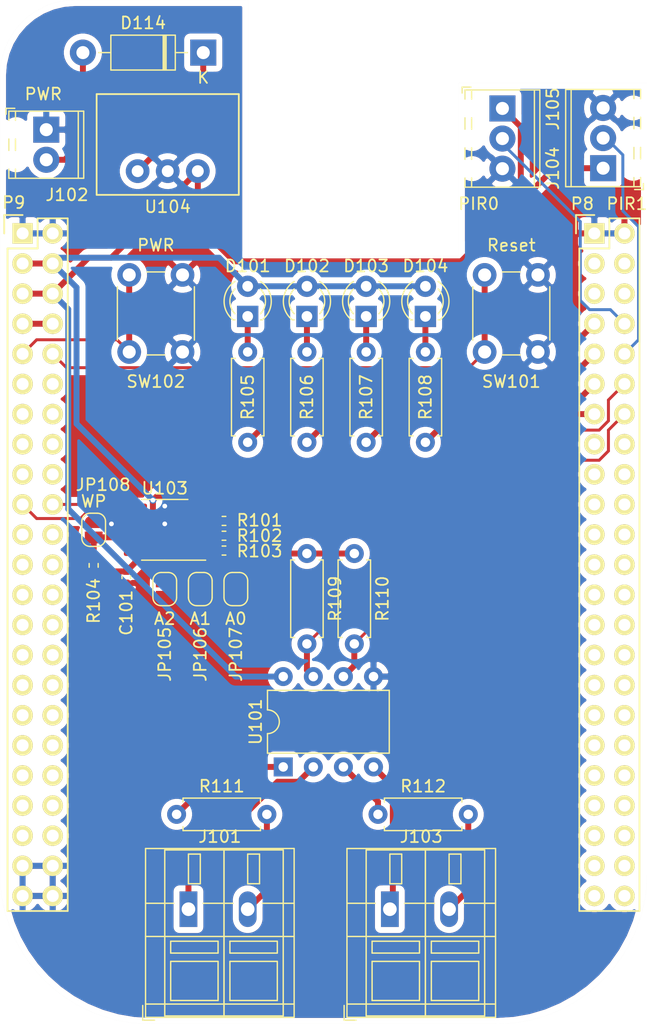
<source format=kicad_pcb>
(kicad_pcb (version 20171130) (host pcbnew "(5.1.9)-1")
  (layers (0 F.Cu signal hide) (31 B.Cu signal hide) (34 B.Paste user) (35 F.Paste user) (36 B.SilkS user) (37 F.SilkS user) (38 B.Mask user) (39 F.Mask user) (44 Edge.Cuts user))
  (net 0 "")
  (net 1 GNDD)
  (net 2 +3V3)
  (net 3 +5V)
  (net 4 SYS_5V)
  (net 5 PWR_BUT)
  (net 6 SYS_RESETN)
  (net 7 "Net-(J101-Pad1)")
  (net 8 "Net-(J101-Pad2)")
  (net 9 "Net-(JP105-Pad1)")
  (net 10 "Net-(JP106-Pad1)")
  (net 11 "Net-(JP107-Pad1)")
  (net 12 "Net-(JP108-Pad1)")
  (net 13 /SCL)
  (net 14 /SDA)
  (net 15 "Net-(D101-Pad1)")
  (net 16 "Net-(D102-Pad1)")
  (net 17 "Net-(D103-Pad1)")
  (net 18 "Net-(D104-Pad1)")
  (net 19 /LED0)
  (net 20 /LED1)
  (net 21 /LED2)
  (net 22 /LED3)
  (net 23 "Net-(D114-Pad1)")
  (net 24 "Net-(D114-Pad2)")
  (net 25 "Net-(J103-Pad2)")
  (net 26 "Net-(J103-Pad1)")
  (net 27 /IN0)
  (net 28 /IN1)
  (net 29 "Net-(R111-Pad1)")
  (net 30 "Net-(R112-Pad1)")
  (net 31 /PIR0)
  (net 32 /PIR1)
  (module Socket_BeagleBone_Black:Socket_BeagleBone_Black (layer F.Cu) (at 116.3701 62.3824)
    (fp_text reference P9 (at -0.75 -2.6) (layer F.SilkS))
    (fp_text value BeagleBone_Black_Header)
    (pad 1 thru_hole rect (at 0 0) (size 1.7272 1.7272) (drill 1.016) (layers *.Cu *.Mask F.SilkS) (net 1 GNDD))
    (pad 2 thru_hole oval (at 2.54 0) (size 1.7272 1.7272) (drill 1.016) (layers *.Cu *.Mask F.SilkS) (net 1 GNDD))
    (pad 3 thru_hole oval (at 0 2.54) (size 1.7272 1.7272) (drill 1.016) (layers *.Cu *.Mask F.SilkS) (net 2 +3V3))
    (pad 4 thru_hole oval (at 2.54 2.54) (size 1.7272 1.7272) (drill 1.016) (layers *.Cu *.Mask F.SilkS) (net 2 +3V3))
    (pad 5 thru_hole oval (at 0 5.08) (size 1.7272 1.7272) (drill 1.016) (layers *.Cu *.Mask F.SilkS) (net 3 +5V))
    (pad 6 thru_hole oval (at 2.54 5.08) (size 1.7272 1.7272) (drill 1.016) (layers *.Cu *.Mask F.SilkS) (net 3 +5V))
    (pad 7 thru_hole oval (at 0 7.62) (size 1.7272 1.7272) (drill 1.016) (layers *.Cu *.Mask F.SilkS) (net 4 SYS_5V))
    (pad 8 thru_hole oval (at 2.54 7.62) (size 1.7272 1.7272) (drill 1.016) (layers *.Cu *.Mask F.SilkS) (net 4 SYS_5V))
    (pad 9 thru_hole oval (at 0 10.16) (size 1.7272 1.7272) (drill 1.016) (layers *.Cu *.Mask F.SilkS) (net 5 PWR_BUT))
    (pad 10 thru_hole oval (at 2.54 10.16) (size 1.7272 1.7272) (drill 1.016) (layers *.Cu *.Mask F.SilkS) (net 6 SYS_RESETN))
    (pad 11 thru_hole oval (at 0 12.7) (size 1.7272 1.7272) (drill 1.016) (layers *.Cu *.Mask F.SilkS))
    (pad 12 thru_hole oval (at 2.54 12.7) (size 1.7272 1.7272) (drill 1.016) (layers *.Cu *.Mask F.SilkS))
    (pad 13 thru_hole oval (at 0 15.24) (size 1.7272 1.7272) (drill 1.016) (layers *.Cu *.Mask F.SilkS))
    (pad 14 thru_hole oval (at 2.54 15.24) (size 1.7272 1.7272) (drill 1.016) (layers *.Cu *.Mask F.SilkS))
    (pad 15 thru_hole oval (at 0 17.78) (size 1.7272 1.7272) (drill 1.016) (layers *.Cu *.Mask F.SilkS))
    (pad 16 thru_hole oval (at 2.54 17.78) (size 1.7272 1.7272) (drill 1.016) (layers *.Cu *.Mask F.SilkS))
    (pad 17 thru_hole oval (at 0 20.32) (size 1.7272 1.7272) (drill 1.016) (layers *.Cu *.Mask F.SilkS))
    (pad 18 thru_hole oval (at 2.54 20.32) (size 1.7272 1.7272) (drill 1.016) (layers *.Cu *.Mask F.SilkS))
    (pad 19 thru_hole oval (at 0 22.86) (size 1.7272 1.7272) (drill 1.016) (layers *.Cu *.Mask F.SilkS) (net 13 /SCL))
    (pad 20 thru_hole oval (at 2.54 22.86) (size 1.7272 1.7272) (drill 1.016) (layers *.Cu *.Mask F.SilkS) (net 14 /SDA))
    (pad 21 thru_hole oval (at 0 25.4) (size 1.7272 1.7272) (drill 1.016) (layers *.Cu *.Mask F.SilkS))
    (pad 22 thru_hole oval (at 2.54 25.4) (size 1.7272 1.7272) (drill 1.016) (layers *.Cu *.Mask F.SilkS))
    (pad 23 thru_hole oval (at 0 27.94) (size 1.7272 1.7272) (drill 1.016) (layers *.Cu *.Mask F.SilkS))
    (pad 24 thru_hole oval (at 2.54 27.94) (size 1.7272 1.7272) (drill 1.016) (layers *.Cu *.Mask F.SilkS))
    (pad 25 thru_hole oval (at 0 30.48) (size 1.7272 1.7272) (drill 1.016) (layers *.Cu *.Mask F.SilkS))
    (pad 26 thru_hole oval (at 2.54 30.48) (size 1.7272 1.7272) (drill 1.016) (layers *.Cu *.Mask F.SilkS))
    (pad 27 thru_hole oval (at 0 33.02) (size 1.7272 1.7272) (drill 1.016) (layers *.Cu *.Mask F.SilkS))
    (pad 28 thru_hole oval (at 2.54 33.02) (size 1.7272 1.7272) (drill 1.016) (layers *.Cu *.Mask F.SilkS))
    (pad 29 thru_hole oval (at 0 35.56) (size 1.7272 1.7272) (drill 1.016) (layers *.Cu *.Mask F.SilkS))
    (pad 30 thru_hole oval (at 2.54 35.56) (size 1.7272 1.7272) (drill 1.016) (layers *.Cu *.Mask F.SilkS))
    (pad 31 thru_hole oval (at 0 38.1) (size 1.7272 1.7272) (drill 1.016) (layers *.Cu *.Mask F.SilkS))
    (pad 32 thru_hole oval (at 2.54 38.1) (size 1.7272 1.7272) (drill 1.016) (layers *.Cu *.Mask F.SilkS))
    (pad 33 thru_hole oval (at 0 40.64) (size 1.7272 1.7272) (drill 1.016) (layers *.Cu *.Mask F.SilkS))
    (pad 34 thru_hole oval (at 2.54 40.64) (size 1.7272 1.7272) (drill 1.016) (layers *.Cu *.Mask F.SilkS))
    (pad 35 thru_hole oval (at 0 43.18) (size 1.7272 1.7272) (drill 1.016) (layers *.Cu *.Mask F.SilkS))
    (pad 36 thru_hole oval (at 2.54 43.18) (size 1.7272 1.7272) (drill 1.016) (layers *.Cu *.Mask F.SilkS))
    (pad 37 thru_hole oval (at 0 45.72) (size 1.7272 1.7272) (drill 1.016) (layers *.Cu *.Mask F.SilkS))
    (pad 38 thru_hole oval (at 2.54 45.72) (size 1.7272 1.7272) (drill 1.016) (layers *.Cu *.Mask F.SilkS))
    (pad 39 thru_hole oval (at 0 48.26) (size 1.7272 1.7272) (drill 1.016) (layers *.Cu *.Mask F.SilkS))
    (pad 40 thru_hole oval (at 2.54 48.26) (size 1.7272 1.7272) (drill 1.016) (layers *.Cu *.Mask F.SilkS))
    (pad 41 thru_hole oval (at 0 50.8) (size 1.7272 1.7272) (drill 1.016) (layers *.Cu *.Mask F.SilkS))
    (pad 42 thru_hole oval (at 2.54 50.8) (size 1.7272 1.7272) (drill 1.016) (layers *.Cu *.Mask F.SilkS))
    (pad 43 thru_hole oval (at 0 53.34) (size 1.7272 1.7272) (drill 1.016) (layers *.Cu *.Mask F.SilkS) (net 1 GNDD))
    (pad 44 thru_hole oval (at 2.54 53.34) (size 1.7272 1.7272) (drill 1.016) (layers *.Cu *.Mask F.SilkS) (net 1 GNDD))
    (pad 45 thru_hole oval (at 0 55.88) (size 1.7272 1.7272) (drill 1.016) (layers *.Cu *.Mask F.SilkS) (net 1 GNDD))
    (pad 46 thru_hole oval (at 2.54 55.88) (size 1.7272 1.7272) (drill 1.016) (layers *.Cu *.Mask F.SilkS) (net 1 GNDD))
  )
  (module Socket_BeagleBone_Black:Socket_BeagleBone_Black (layer F.Cu) (at 164.6301 62.3824)
    (fp_text reference P8 (at -1.01 -2.5) (layer F.SilkS))
    (fp_text value BeagleBone_Black_Header)
    (pad 1 thru_hole rect (at 0 0) (size 1.7272 1.7272) (drill 1.016) (layers *.Cu *.Mask F.SilkS) (net 1 GNDD))
    (pad 2 thru_hole oval (at 2.54 0) (size 1.7272 1.7272) (drill 1.016) (layers *.Cu *.Mask F.SilkS) (net 1 GNDD))
    (pad 3 thru_hole oval (at 0 2.54) (size 1.7272 1.7272) (drill 1.016) (layers *.Cu *.Mask F.SilkS))
    (pad 4 thru_hole oval (at 2.54 2.54) (size 1.7272 1.7272) (drill 1.016) (layers *.Cu *.Mask F.SilkS))
    (pad 5 thru_hole oval (at 0 5.08) (size 1.7272 1.7272) (drill 1.016) (layers *.Cu *.Mask F.SilkS))
    (pad 6 thru_hole oval (at 2.54 5.08) (size 1.7272 1.7272) (drill 1.016) (layers *.Cu *.Mask F.SilkS))
    (pad 7 thru_hole oval (at 0 7.62) (size 1.7272 1.7272) (drill 1.016) (layers *.Cu *.Mask F.SilkS) (net 19 /LED0))
    (pad 8 thru_hole oval (at 2.54 7.62) (size 1.7272 1.7272) (drill 1.016) (layers *.Cu *.Mask F.SilkS) (net 31 /PIR0))
    (pad 9 thru_hole oval (at 0 10.16) (size 1.7272 1.7272) (drill 1.016) (layers *.Cu *.Mask F.SilkS) (net 20 /LED1))
    (pad 10 thru_hole oval (at 2.54 10.16) (size 1.7272 1.7272) (drill 1.016) (layers *.Cu *.Mask F.SilkS) (net 32 /PIR1))
    (pad 11 thru_hole oval (at 0 12.7) (size 1.7272 1.7272) (drill 1.016) (layers *.Cu *.Mask F.SilkS) (net 21 /LED2))
    (pad 12 thru_hole oval (at 2.54 12.7) (size 1.7272 1.7272) (drill 1.016) (layers *.Cu *.Mask F.SilkS) (net 27 /IN0))
    (pad 13 thru_hole oval (at 0 15.24) (size 1.7272 1.7272) (drill 1.016) (layers *.Cu *.Mask F.SilkS) (net 22 /LED3))
    (pad 14 thru_hole oval (at 2.54 15.24) (size 1.7272 1.7272) (drill 1.016) (layers *.Cu *.Mask F.SilkS) (net 28 /IN1))
    (pad 15 thru_hole oval (at 0 17.78) (size 1.7272 1.7272) (drill 1.016) (layers *.Cu *.Mask F.SilkS))
    (pad 16 thru_hole oval (at 2.54 17.78) (size 1.7272 1.7272) (drill 1.016) (layers *.Cu *.Mask F.SilkS))
    (pad 17 thru_hole oval (at 0 20.32) (size 1.7272 1.7272) (drill 1.016) (layers *.Cu *.Mask F.SilkS))
    (pad 18 thru_hole oval (at 2.54 20.32) (size 1.7272 1.7272) (drill 1.016) (layers *.Cu *.Mask F.SilkS))
    (pad 19 thru_hole oval (at 0 22.86) (size 1.7272 1.7272) (drill 1.016) (layers *.Cu *.Mask F.SilkS))
    (pad 20 thru_hole oval (at 2.54 22.86) (size 1.7272 1.7272) (drill 1.016) (layers *.Cu *.Mask F.SilkS))
    (pad 21 thru_hole oval (at 0 25.4) (size 1.7272 1.7272) (drill 1.016) (layers *.Cu *.Mask F.SilkS))
    (pad 22 thru_hole oval (at 2.54 25.4) (size 1.7272 1.7272) (drill 1.016) (layers *.Cu *.Mask F.SilkS))
    (pad 23 thru_hole oval (at 0 27.94) (size 1.7272 1.7272) (drill 1.016) (layers *.Cu *.Mask F.SilkS))
    (pad 24 thru_hole oval (at 2.54 27.94) (size 1.7272 1.7272) (drill 1.016) (layers *.Cu *.Mask F.SilkS))
    (pad 25 thru_hole oval (at 0 30.48) (size 1.7272 1.7272) (drill 1.016) (layers *.Cu *.Mask F.SilkS))
    (pad 26 thru_hole oval (at 2.54 30.48) (size 1.7272 1.7272) (drill 1.016) (layers *.Cu *.Mask F.SilkS))
    (pad 27 thru_hole oval (at 0 33.02) (size 1.7272 1.7272) (drill 1.016) (layers *.Cu *.Mask F.SilkS))
    (pad 28 thru_hole oval (at 2.54 33.02) (size 1.7272 1.7272) (drill 1.016) (layers *.Cu *.Mask F.SilkS))
    (pad 29 thru_hole oval (at 0 35.56) (size 1.7272 1.7272) (drill 1.016) (layers *.Cu *.Mask F.SilkS))
    (pad 30 thru_hole oval (at 2.54 35.56) (size 1.7272 1.7272) (drill 1.016) (layers *.Cu *.Mask F.SilkS))
    (pad 31 thru_hole oval (at 0 38.1) (size 1.7272 1.7272) (drill 1.016) (layers *.Cu *.Mask F.SilkS))
    (pad 32 thru_hole oval (at 2.54 38.1) (size 1.7272 1.7272) (drill 1.016) (layers *.Cu *.Mask F.SilkS))
    (pad 33 thru_hole oval (at 0 40.64) (size 1.7272 1.7272) (drill 1.016) (layers *.Cu *.Mask F.SilkS))
    (pad 34 thru_hole oval (at 2.54 40.64) (size 1.7272 1.7272) (drill 1.016) (layers *.Cu *.Mask F.SilkS))
    (pad 35 thru_hole oval (at 0 43.18) (size 1.7272 1.7272) (drill 1.016) (layers *.Cu *.Mask F.SilkS))
    (pad 36 thru_hole oval (at 2.54 43.18) (size 1.7272 1.7272) (drill 1.016) (layers *.Cu *.Mask F.SilkS))
    (pad 37 thru_hole oval (at 0 45.72) (size 1.7272 1.7272) (drill 1.016) (layers *.Cu *.Mask F.SilkS))
    (pad 38 thru_hole oval (at 2.54 45.72) (size 1.7272 1.7272) (drill 1.016) (layers *.Cu *.Mask F.SilkS))
    (pad 39 thru_hole oval (at 0 48.26) (size 1.7272 1.7272) (drill 1.016) (layers *.Cu *.Mask F.SilkS))
    (pad 40 thru_hole oval (at 2.54 48.26) (size 1.7272 1.7272) (drill 1.016) (layers *.Cu *.Mask F.SilkS))
    (pad 41 thru_hole oval (at 0 50.8) (size 1.7272 1.7272) (drill 1.016) (layers *.Cu *.Mask F.SilkS))
    (pad 42 thru_hole oval (at 2.54 50.8) (size 1.7272 1.7272) (drill 1.016) (layers *.Cu *.Mask F.SilkS))
    (pad 43 thru_hole oval (at 0 53.34) (size 1.7272 1.7272) (drill 1.016) (layers *.Cu *.Mask F.SilkS))
    (pad 44 thru_hole oval (at 2.54 53.34) (size 1.7272 1.7272) (drill 1.016) (layers *.Cu *.Mask F.SilkS))
    (pad 45 thru_hole oval (at 0 55.88) (size 1.7272 1.7272) (drill 1.016) (layers *.Cu *.Mask F.SilkS))
    (pad 46 thru_hole oval (at 2.54 55.88) (size 1.7272 1.7272) (drill 1.016) (layers *.Cu *.Mask F.SilkS))
  )
  (module Capacitor_SMD:C_0402_1005Metric (layer F.Cu) (at 125.1201 91.3824 270)
    (fp_text reference C101 (at 3 0 90) (layer F.SilkS))
    (fp_text value 100n)
    (pad 1 smd roundrect (at -0.48 0 270) (size 0.56 0.62) (layers F.Cu F.Paste F.Mask) (net 2 +3V3))
    (pad 2 smd roundrect (at 0.48 0 270) (size 0.56 0.62) (layers F.Cu F.Paste F.Mask) (net 1 GNDD))
  )
  (module Jumper:SolderJumper-2_P1.3mm_Open_RoundedPad1.0x1.5mm (layer F.Cu) (at 128.3701 92.3824 270)
    (fp_text reference JP105 (at 5.5 0 90) (layer F.SilkS))
    (fp_text value A2 (at 2.5 0 180) (layer F.SilkS))
    (pad 1 smd custom (at -0.65 0 270) (size 1 0.5) (layers F.Cu F.Mask) (net 9 "Net-(JP105-Pad1)") (options (clearance outline) (anchor rect)) (primitives (gr_circle (center 0 0.25) (end 0.5 0.25) (width 0)) (gr_circle (center 0 -0.25) (end 0.5 -0.25) (width 0)) (gr_poly (pts (xy 0 -0.75) (xy 0.5 -0.75) (xy 0.5 0.75) (xy 0 0.75)) (width 0))))
    (pad 2 smd custom (at 0.65 0 270) (size 1 0.5) (layers F.Cu F.Mask) (net 1 GNDD) (options (clearance outline) (anchor rect)) (primitives (gr_circle (center 0 0.25) (end 0.5 0.25) (width 0)) (gr_circle (center 0 -0.25) (end 0.5 -0.25) (width 0)) (gr_poly (pts (xy 0 -0.75) (xy -0.5 -0.75) (xy -0.5 0.75) (xy 0 0.75)) (width 0))))
  )
  (module Jumper:SolderJumper-2_P1.3mm_Open_RoundedPad1.0x1.5mm (layer F.Cu) (at 131.3701 92.3824 270)
    (fp_text reference JP106 (at 5.5 0 90) (layer F.SilkS))
    (fp_text value A1 (at 2.5 0 180) (layer F.SilkS))
    (pad 2 smd custom (at 0.65 0 270) (size 1 0.5) (layers F.Cu F.Mask) (net 1 GNDD) (options (clearance outline) (anchor rect)) (primitives (gr_circle (center 0 0.25) (end 0.5 0.25) (width 0)) (gr_circle (center 0 -0.25) (end 0.5 -0.25) (width 0)) (gr_poly (pts (xy 0 -0.75) (xy -0.5 -0.75) (xy -0.5 0.75) (xy 0 0.75)) (width 0))))
    (pad 1 smd custom (at -0.65 0 270) (size 1 0.5) (layers F.Cu F.Mask) (net 10 "Net-(JP106-Pad1)") (options (clearance outline) (anchor rect)) (primitives (gr_circle (center 0 0.25) (end 0.5 0.25) (width 0)) (gr_circle (center 0 -0.25) (end 0.5 -0.25) (width 0)) (gr_poly (pts (xy 0 -0.75) (xy 0.5 -0.75) (xy 0.5 0.75) (xy 0 0.75)) (width 0))))
  )
  (module Jumper:SolderJumper-2_P1.3mm_Open_RoundedPad1.0x1.5mm (layer F.Cu) (at 134.3701 92.3824 270)
    (fp_text reference JP107 (at 5.5 0 270) (layer F.SilkS))
    (fp_text value A0 (at 2.5 0 180) (layer F.SilkS))
    (pad 1 smd custom (at -0.65 0 270) (size 1 0.5) (layers F.Cu F.Mask) (net 11 "Net-(JP107-Pad1)") (options (clearance outline) (anchor rect)) (primitives (gr_circle (center 0 0.25) (end 0.5 0.25) (width 0)) (gr_circle (center 0 -0.25) (end 0.5 -0.25) (width 0)) (gr_poly (pts (xy 0 -0.75) (xy 0.5 -0.75) (xy 0.5 0.75) (xy 0 0.75)) (width 0))))
    (pad 2 smd custom (at 0.65 0 270) (size 1 0.5) (layers F.Cu F.Mask) (net 1 GNDD) (options (clearance outline) (anchor rect)) (primitives (gr_circle (center 0 0.25) (end 0.5 0.25) (width 0)) (gr_circle (center 0 -0.25) (end 0.5 -0.25) (width 0)) (gr_poly (pts (xy 0 -0.75) (xy -0.5 -0.75) (xy -0.5 0.75) (xy 0 0.75)) (width 0))))
  )
  (module Jumper:SolderJumper-2_P1.3mm_Open_RoundedPad1.0x1.5mm (layer F.Cu) (at 122.3701 87.3824 90)
    (fp_text reference JP108 (at 3.8 0.8 180) (layer F.SilkS))
    (fp_text value WP (at 2.4 0 180) (layer F.SilkS))
    (pad 2 smd custom (at 0.65 0 90) (size 1 0.5) (layers F.Cu F.Mask) (net 1 GNDD) (options (clearance outline) (anchor rect)) (primitives (gr_circle (center 0 0.25) (end 0.5 0.25) (width 0)) (gr_circle (center 0 -0.25) (end 0.5 -0.25) (width 0)) (gr_poly (pts (xy 0 -0.75) (xy -0.5 -0.75) (xy -0.5 0.75) (xy 0 0.75)) (width 0))))
    (pad 1 smd custom (at -0.65 0 90) (size 1 0.5) (layers F.Cu F.Mask) (net 12 "Net-(JP108-Pad1)") (options (clearance outline) (anchor rect)) (primitives (gr_circle (center 0 0.25) (end 0.5 0.25) (width 0)) (gr_circle (center 0 -0.25) (end 0.5 -0.25) (width 0)) (gr_poly (pts (xy 0 -0.75) (xy 0.5 -0.75) (xy 0.5 0.75) (xy 0 0.75)) (width 0))))
  )
  (module Resistor_SMD:R_0402_1005Metric (layer F.Cu) (at 133.3701 86.6324 180)
    (fp_text reference R101 (at -3 0.05) (layer F.SilkS))
    (fp_text value 1k)
    (pad 2 smd roundrect (at 0.51 0 180) (size 0.54 0.64) (layers F.Cu F.Paste F.Mask) (net 9 "Net-(JP105-Pad1)"))
    (pad 1 smd roundrect (at -0.51 0 180) (size 0.54 0.64) (layers F.Cu F.Paste F.Mask) (net 2 +3V3))
  )
  (module Resistor_SMD:R_0402_1005Metric (layer F.Cu) (at 133.3701 87.8824 180)
    (fp_text reference R102 (at -3 0) (layer F.SilkS))
    (fp_text value 1k)
    (pad 1 smd roundrect (at -0.51 0 180) (size 0.54 0.64) (layers F.Cu F.Paste F.Mask) (net 2 +3V3))
    (pad 2 smd roundrect (at 0.51 0 180) (size 0.54 0.64) (layers F.Cu F.Paste F.Mask) (net 10 "Net-(JP106-Pad1)"))
  )
  (module Resistor_SMD:R_0402_1005Metric (layer F.Cu) (at 133.3701 89.1324 180)
    (fp_text reference R103 (at -3 -0.05) (layer F.SilkS))
    (fp_text value 1k)
    (pad 2 smd roundrect (at 0.51 0 180) (size 0.54 0.64) (layers F.Cu F.Paste F.Mask) (net 11 "Net-(JP107-Pad1)"))
    (pad 1 smd roundrect (at -0.51 0 180) (size 0.54 0.64) (layers F.Cu F.Paste F.Mask) (net 2 +3V3))
  )
  (module Resistor_SMD:R_0402_1005Metric (layer F.Cu) (at 122.3701 90.3824 90)
    (fp_text reference R104 (at -3 0 90) (layer F.SilkS))
    (fp_text value 1k)
    (pad 1 smd roundrect (at -0.51 0 90) (size 0.54 0.64) (layers F.Cu F.Paste F.Mask) (net 2 +3V3))
    (pad 2 smd roundrect (at 0.51 0 90) (size 0.54 0.64) (layers F.Cu F.Paste F.Mask) (net 12 "Net-(JP108-Pad1)"))
  )
  (module Button_Switch_THT:SW_PUSH_6mm (layer F.Cu) (at 155.3701 72.3824 90)
    (fp_text reference SW101 (at -2.5 2.25 180) (layer F.SilkS))
    (fp_text value Reset (at 9 2.25 180) (layer F.SilkS))
    (pad 2 thru_hole circle (at 0 4.5 180) (size 2 2) (drill 1.1) (layers *.Cu *.Mask) (net 1 GNDD))
    (pad 1 thru_hole circle (at 0 0 180) (size 2 2) (drill 1.1) (layers *.Cu *.Mask) (net 6 SYS_RESETN))
    (pad 2 thru_hole circle (at 6.5 4.5 180) (size 2 2) (drill 1.1) (layers *.Cu *.Mask) (net 1 GNDD))
    (pad 1 thru_hole circle (at 6.5 0 180) (size 2 2) (drill 1.1) (layers *.Cu *.Mask) (net 6 SYS_RESETN))
  )
  (module Button_Switch_THT:SW_PUSH_6mm (layer F.Cu) (at 125.3701 72.3824 90)
    (fp_text reference SW102 (at -2.5 2.25 180) (layer F.SilkS))
    (fp_text value PWR (at 9 2.25 180) (layer F.SilkS))
    (pad 1 thru_hole circle (at 6.5 0 180) (size 2 2) (drill 1.1) (layers *.Cu *.Mask) (net 5 PWR_BUT))
    (pad 2 thru_hole circle (at 6.5 4.5 180) (size 2 2) (drill 1.1) (layers *.Cu *.Mask) (net 1 GNDD))
    (pad 1 thru_hole circle (at 0 0 180) (size 2 2) (drill 1.1) (layers *.Cu *.Mask) (net 5 PWR_BUT))
    (pad 2 thru_hole circle (at 0 4.5 180) (size 2 2) (drill 1.1) (layers *.Cu *.Mask) (net 1 GNDD))
  )
  (module Package_SO:SOIC-8_3.9x4.9mm_P1.27mm (layer F.Cu) (at 128.3701 87.3824 180)
    (fp_text reference U103 (at 0 3.5) (layer F.SilkS))
    (fp_text value AT24C512C-SSHD-T)
    (pad 1 smd roundrect (at -2.475 -1.905 180) (size 1.95 0.6) (layers F.Cu F.Paste F.Mask) (net 11 "Net-(JP107-Pad1)"))
    (pad 2 smd roundrect (at -2.475 -0.635 180) (size 1.95 0.6) (layers F.Cu F.Paste F.Mask) (net 10 "Net-(JP106-Pad1)"))
    (pad 3 smd roundrect (at -2.475 0.635 180) (size 1.95 0.6) (layers F.Cu F.Paste F.Mask) (net 9 "Net-(JP105-Pad1)"))
    (pad 4 smd roundrect (at -2.475 1.905 180) (size 1.95 0.6) (layers F.Cu F.Paste F.Mask) (net 1 GNDD))
    (pad 5 smd roundrect (at 2.475 1.905 180) (size 1.95 0.6) (layers F.Cu F.Paste F.Mask) (net 14 /SDA))
    (pad 6 smd roundrect (at 2.475 0.635 180) (size 1.95 0.6) (layers F.Cu F.Paste F.Mask) (net 13 /SCL))
    (pad 7 smd roundrect (at 2.475 -0.635 180) (size 1.95 0.6) (layers F.Cu F.Paste F.Mask) (net 12 "Net-(JP108-Pad1)"))
    (pad 8 smd roundrect (at 2.475 -1.905 180) (size 1.95 0.6) (layers F.Cu F.Paste F.Mask) (net 2 +3V3))
  )
  (module Diode_THT:D_DO-41_SOD81_P10.16mm_Horizontal (layer F.Cu) (at 131.6201 47.1324 180)
    (fp_text reference D114 (at 5.08 2.5) (layer F.SilkS))
    (fp_text value 1N4004)
    (fp_text user K (at 0 -2.1) (layer F.SilkS))
    (pad 1 thru_hole rect (at 0 0 180) (size 2.2 2.2) (drill 1.1) (layers *.Cu *.Mask) (net 23 "Net-(D114-Pad1)"))
    (pad 2 thru_hole oval (at 10.16 0 180) (size 2.2 2.2) (drill 1.1) (layers *.Cu *.Mask) (net 24 "Net-(D114-Pad2)"))
  )
  (module TerminalBlock_Phoenix:TerminalBlock_Phoenix_MPT-0,5-2-2.54_1x02_P2.54mm_Horizontal (layer F.Cu) (at 118.3701 53.6324 270)
    (fp_text reference J102 (at 5.5 -1.75 180) (layer F.SilkS))
    (fp_text value PWR (at -3 0.25 180) (layer F.SilkS))
    (pad 1 thru_hole rect (at 0 0 270) (size 2.2 2.2) (drill 1.1) (layers *.Cu *.Mask) (net 1 GNDD))
    (pad "" np_thru_hole circle (at 0 2.54 270) (size 1.1 1.1) (drill 1.1) (layers *.Cu *.Mask))
    (pad 2 thru_hole circle (at 2.54 0 270) (size 2.2 2.2) (drill 1.1) (layers *.Cu *.Mask) (net 24 "Net-(D114-Pad2)"))
    (pad "" np_thru_hole circle (at 2.54 2.54 270) (size 1.1 1.1) (drill 1.1) (layers *.Cu *.Mask))
  )
  (module WPMDH1100xx1S:WPMDH1100xx1S (layer F.Cu) (at 128.6201 57.1324)
    (fp_text reference U104 (at 0 3) (layer F.SilkS))
    (fp_text value WPMDH1100xx1S)
    (pad 1 thru_hole circle (at -2.54 0) (size 2 2) (drill 1) (layers *.Cu *.Mask) (net 23 "Net-(D114-Pad1)"))
    (pad 2 thru_hole circle (at 0 0) (size 2 2) (drill 1) (layers *.Cu *.Mask) (net 1 GNDD))
    (pad 3 thru_hole circle (at 2.54 0) (size 2 2) (drill 1) (layers *.Cu *.Mask) (net 3 +5V))
  )
  (module LED_THT:LED_D3.0mm (layer F.Cu) (at 135.3701 69.3824 90)
    (fp_text reference D101 (at 4.25 0 180) (layer F.SilkS))
    (fp_text value LED)
    (pad 2 thru_hole circle (at 2.54 0 90) (size 1.8 1.8) (drill 0.9) (layers *.Cu *.Mask) (net 2 +3V3))
    (pad 1 thru_hole rect (at 0 0 90) (size 1.8 1.8) (drill 0.9) (layers *.Cu *.Mask) (net 15 "Net-(D101-Pad1)"))
  )
  (module LED_THT:LED_D3.0mm (layer F.Cu) (at 140.3701 69.3824 90)
    (fp_text reference D102 (at 4.25 0 180) (layer F.SilkS))
    (fp_text value LED)
    (pad 1 thru_hole rect (at 0 0 90) (size 1.8 1.8) (drill 0.9) (layers *.Cu *.Mask) (net 16 "Net-(D102-Pad1)"))
    (pad 2 thru_hole circle (at 2.54 0 90) (size 1.8 1.8) (drill 0.9) (layers *.Cu *.Mask) (net 2 +3V3))
  )
  (module LED_THT:LED_D3.0mm (layer F.Cu) (at 145.3701 69.3824 90)
    (fp_text reference D103 (at 4.25 0 180) (layer F.SilkS))
    (fp_text value LED)
    (pad 2 thru_hole circle (at 2.54 0 90) (size 1.8 1.8) (drill 0.9) (layers *.Cu *.Mask) (net 2 +3V3))
    (pad 1 thru_hole rect (at 0 0 90) (size 1.8 1.8) (drill 0.9) (layers *.Cu *.Mask) (net 17 "Net-(D103-Pad1)"))
  )
  (module LED_THT:LED_D3.0mm (layer F.Cu) (at 150.3701 69.3824 90)
    (fp_text reference D104 (at 4.25 0 180) (layer F.SilkS))
    (fp_text value LED)
    (pad 1 thru_hole rect (at 0 0 90) (size 1.8 1.8) (drill 0.9) (layers *.Cu *.Mask) (net 18 "Net-(D104-Pad1)"))
    (pad 2 thru_hole circle (at 2.54 0 90) (size 1.8 1.8) (drill 0.9) (layers *.Cu *.Mask) (net 2 +3V3))
  )
  (module TerminalBlock_WAGO:TerminalBlock_WAGO_236-102_1x02_P5.00mm_45Degree (layer F.Cu) (at 130.3701 119.3824)
    (fp_text reference J101 (at 2.65 -6.12) (layer F.SilkS))
    (fp_text value IN0)
    (pad 1 thru_hole rect (at 0 0) (size 1.5 3) (drill 1.15) (layers *.Cu *.Mask) (net 7 "Net-(J101-Pad1)"))
    (pad 2 thru_hole oval (at 5 0) (size 1.5 3) (drill 1.15) (layers *.Cu *.Mask) (net 8 "Net-(J101-Pad2)"))
  )
  (module TerminalBlock_WAGO:TerminalBlock_WAGO_236-102_1x02_P5.00mm_45Degree (layer F.Cu) (at 147.3701 119.3824)
    (fp_text reference J103 (at 2.65 -6.12) (layer F.SilkS))
    (fp_text value IN1)
    (pad 2 thru_hole oval (at 5 0) (size 1.5 3) (drill 1.15) (layers *.Cu *.Mask) (net 25 "Net-(J103-Pad2)"))
    (pad 1 thru_hole rect (at 0 0) (size 1.5 3) (drill 1.15) (layers *.Cu *.Mask) (net 26 "Net-(J103-Pad1)"))
  )
  (module Resistor_THT:R_Axial_DIN0207_L6.3mm_D2.5mm_P7.62mm_Horizontal (layer F.Cu) (at 135.3701 72.3824 270)
    (fp_text reference R105 (at 3.81 0 90) (layer F.SilkS))
    (fp_text value 1k)
    (pad 1 thru_hole circle (at 0 0 270) (size 1.6 1.6) (drill 0.8) (layers *.Cu *.Mask) (net 15 "Net-(D101-Pad1)"))
    (pad 2 thru_hole oval (at 7.62 0 270) (size 1.6 1.6) (drill 0.8) (layers *.Cu *.Mask) (net 19 /LED0))
  )
  (module Resistor_THT:R_Axial_DIN0207_L6.3mm_D2.5mm_P7.62mm_Horizontal (layer F.Cu) (at 140.3701 72.3824 270)
    (fp_text reference R106 (at 3.81 0 90) (layer F.SilkS))
    (fp_text value 1k)
    (pad 2 thru_hole oval (at 7.62 0 270) (size 1.6 1.6) (drill 0.8) (layers *.Cu *.Mask) (net 20 /LED1))
    (pad 1 thru_hole circle (at 0 0 270) (size 1.6 1.6) (drill 0.8) (layers *.Cu *.Mask) (net 16 "Net-(D102-Pad1)"))
  )
  (module Resistor_THT:R_Axial_DIN0207_L6.3mm_D2.5mm_P7.62mm_Horizontal (layer F.Cu) (at 145.3701 72.3824 270)
    (fp_text reference R107 (at 3.81 0 90) (layer F.SilkS))
    (fp_text value 1k)
    (pad 1 thru_hole circle (at 0 0 270) (size 1.6 1.6) (drill 0.8) (layers *.Cu *.Mask) (net 17 "Net-(D103-Pad1)"))
    (pad 2 thru_hole oval (at 7.62 0 270) (size 1.6 1.6) (drill 0.8) (layers *.Cu *.Mask) (net 21 /LED2))
  )
  (module Resistor_THT:R_Axial_DIN0207_L6.3mm_D2.5mm_P7.62mm_Horizontal (layer F.Cu) (at 150.3701 72.3824 270)
    (fp_text reference R108 (at 3.81 0 90) (layer F.SilkS))
    (fp_text value 1k)
    (pad 2 thru_hole oval (at 7.62 0 270) (size 1.6 1.6) (drill 0.8) (layers *.Cu *.Mask) (net 22 /LED3))
    (pad 1 thru_hole circle (at 0 0 270) (size 1.6 1.6) (drill 0.8) (layers *.Cu *.Mask) (net 18 "Net-(D104-Pad1)"))
  )
  (module Resistor_THT:R_Axial_DIN0207_L6.3mm_D2.5mm_P7.62mm_Horizontal (layer F.Cu) (at 140.3701 89.3824 270)
    (fp_text reference R109 (at 3.81 -2.37 90) (layer F.SilkS))
    (fp_text value 1k)
    (pad 1 thru_hole circle (at 0 0 270) (size 1.6 1.6) (drill 0.8) (layers *.Cu *.Mask) (net 2 +3V3))
    (pad 2 thru_hole oval (at 7.62 0 270) (size 1.6 1.6) (drill 0.8) (layers *.Cu *.Mask) (net 27 /IN0))
  )
  (module Resistor_THT:R_Axial_DIN0207_L6.3mm_D2.5mm_P7.62mm_Horizontal (layer F.Cu) (at 144.3701 89.3824 270)
    (fp_text reference R110 (at 3.81 -2.37 90) (layer F.SilkS))
    (fp_text value 1k)
    (pad 2 thru_hole oval (at 7.62 0 270) (size 1.6 1.6) (drill 0.8) (layers *.Cu *.Mask) (net 28 /IN1))
    (pad 1 thru_hole circle (at 0 0 270) (size 1.6 1.6) (drill 0.8) (layers *.Cu *.Mask) (net 2 +3V3))
  )
  (module Resistor_THT:R_Axial_DIN0207_L6.3mm_D2.5mm_P7.62mm_Horizontal (layer F.Cu) (at 129.3701 111.3824)
    (fp_text reference R111 (at 3.81 -2.37) (layer F.SilkS))
    (fp_text value 330)
    (pad 1 thru_hole circle (at 0 0) (size 1.6 1.6) (drill 0.8) (layers *.Cu *.Mask) (net 29 "Net-(R111-Pad1)"))
    (pad 2 thru_hole oval (at 7.62 0) (size 1.6 1.6) (drill 0.8) (layers *.Cu *.Mask) (net 8 "Net-(J101-Pad2)"))
  )
  (module Resistor_THT:R_Axial_DIN0207_L6.3mm_D2.5mm_P7.62mm_Horizontal (layer F.Cu) (at 146.3701 111.3824)
    (fp_text reference R112 (at 3.81 -2.37) (layer F.SilkS))
    (fp_text value 330)
    (pad 2 thru_hole oval (at 7.62 0) (size 1.6 1.6) (drill 0.8) (layers *.Cu *.Mask) (net 25 "Net-(J103-Pad2)"))
    (pad 1 thru_hole circle (at 0 0) (size 1.6 1.6) (drill 0.8) (layers *.Cu *.Mask) (net 30 "Net-(R112-Pad1)"))
  )
  (module TerminalBlock_Phoenix:TerminalBlock_Phoenix_MPT-0,5-3-2.54_1x03_P2.54mm_Horizontal (layer F.Cu) (at 156.8701 51.8424 270)
    (fp_text reference J104 (at 5.04 -4.25 90) (layer F.SilkS))
    (fp_text value PIR0 (at 8.04 2 180) (layer F.SilkS))
    (pad 1 thru_hole rect (at 0 0 270) (size 2.2 2.2) (drill 1.1) (layers *.Cu *.Mask) (net 3 +5V))
    (pad "" np_thru_hole circle (at 0 2.54 270) (size 1.1 1.1) (drill 1.1) (layers *.Cu *.Mask))
    (pad 2 thru_hole circle (at 2.54 0 270) (size 2.2 2.2) (drill 1.1) (layers *.Cu *.Mask) (net 31 /PIR0))
    (pad "" np_thru_hole circle (at 2.54 2.54 270) (size 1.1 1.1) (drill 1.1) (layers *.Cu *.Mask))
    (pad 3 thru_hole circle (at 5.08 0 270) (size 2.2 2.2) (drill 1.1) (layers *.Cu *.Mask) (net 1 GNDD))
    (pad "" np_thru_hole circle (at 5.08 2.54 270) (size 1.1 1.1) (drill 1.1) (layers *.Cu *.Mask))
  )
  (module TerminalBlock_Phoenix:TerminalBlock_Phoenix_MPT-0,5-3-2.54_1x03_P2.54mm_Horizontal (layer F.Cu) (at 165.3701 56.8824 90)
    (fp_text reference J105 (at 5 -4.25 90) (layer F.SilkS))
    (fp_text value PIR1 (at -3 2 180) (layer F.SilkS))
    (pad "" np_thru_hole circle (at 5.08 2.54 90) (size 1.1 1.1) (drill 1.1) (layers *.Cu *.Mask))
    (pad 3 thru_hole circle (at 5.08 0 90) (size 2.2 2.2) (drill 1.1) (layers *.Cu *.Mask) (net 1 GNDD))
    (pad "" np_thru_hole circle (at 2.54 2.54 90) (size 1.1 1.1) (drill 1.1) (layers *.Cu *.Mask))
    (pad 2 thru_hole circle (at 2.54 0 90) (size 2.2 2.2) (drill 1.1) (layers *.Cu *.Mask) (net 32 /PIR1))
    (pad "" np_thru_hole circle (at 0 2.54 90) (size 1.1 1.1) (drill 1.1) (layers *.Cu *.Mask))
    (pad 1 thru_hole rect (at 0 0 90) (size 2.2 2.2) (drill 1.1) (layers *.Cu *.Mask) (net 3 +5V))
  )
  (module Package_DIP:DIP-8_W7.62mm (layer F.Cu) (at 138.3701 107.3824 90)
    (fp_text reference U101 (at 3.81 -2.33 90) (layer F.SilkS))
    (fp_text value HCPL-263N)
    (pad 1 thru_hole rect (at 0 0 90) (size 1.6 1.6) (drill 0.8) (layers *.Cu *.Mask) (net 29 "Net-(R111-Pad1)"))
    (pad 5 thru_hole oval (at 7.62 7.62 90) (size 1.6 1.6) (drill 0.8) (layers *.Cu *.Mask) (net 1 GNDD))
    (pad 2 thru_hole oval (at 0 2.54 90) (size 1.6 1.6) (drill 0.8) (layers *.Cu *.Mask) (net 7 "Net-(J101-Pad1)"))
    (pad 6 thru_hole oval (at 7.62 5.08 90) (size 1.6 1.6) (drill 0.8) (layers *.Cu *.Mask) (net 28 /IN1))
    (pad 3 thru_hole oval (at 0 5.08 90) (size 1.6 1.6) (drill 0.8) (layers *.Cu *.Mask) (net 30 "Net-(R112-Pad1)"))
    (pad 7 thru_hole oval (at 7.62 2.54 90) (size 1.6 1.6) (drill 0.8) (layers *.Cu *.Mask) (net 27 /IN0))
    (pad 4 thru_hole oval (at 0 7.62 90) (size 1.6 1.6) (drill 0.8) (layers *.Cu *.Mask) (net 26 "Net-(J103-Pad1)"))
    (pad 8 thru_hole oval (at 7.62 0 90) (size 1.6 1.6) (drill 0.8) (layers *.Cu *.Mask) (net 3 +5V))
  )
  (gr_arc (start 127.1651 116.3574) (end 127.1651 129.0574) (angle 90) (layer Edge.Cuts) (width 0.00254))
  (gr_arc (start 156.3751 116.3574) (end 169.0751 116.3574) (angle 90) (layer Edge.Cuts) (width 0.00254))
  (gr_arc (start 120.8151 49.0474) (end 114.4651 49.0474) (angle 90) (layer Edge.Cuts) (width 0.00254))
  (gr_line (start 135.4201 42.6974) (end 120.8151 42.6974) (layer Edge.Cuts) (width 0.00254))
  (gr_line (start 135.4201 64.2874) (end 135.4201 42.6974) (layer Edge.Cuts) (width 0.00254))
  (gr_line (start 153.2001 64.2874) (end 135.4201 64.2874) (layer Edge.Cuts) (width 0.00254))
  (gr_line (start 153.2001 49.6824) (end 153.2001 64.2874) (layer Edge.Cuts) (width 0.00254))
  (gr_line (start 169.0751 49.6824) (end 153.2001 49.6824) (layer Edge.Cuts) (width 0.00254))
  (gr_line (start 169.0751 116.3574) (end 169.0751 49.6824) (layer Edge.Cuts) (width 0.00254))
  (gr_line (start 127.1651 129.0574) (end 156.3751 129.0574) (layer Edge.Cuts) (width 0.00254))
  (gr_line (start 114.4651 49.0474) (end 114.4651 116.3574) (layer Edge.Cuts) (width 0.00254))
  (segment (start 129.165099 57.207401) (end 129.235101 57.207401) (width 0.5) (layer F.Cu) (net 1))
  (via (at 123.8701 86.8824) (size 0.6) (drill 0.4) (layers F.Cu B.Cu) (net 1))
  (via (at 128.3701 85.3824) (size 0.6) (drill 0.4) (layers F.Cu B.Cu) (net 1))
  (via (at 128.3701 86.8824) (size 0.6) (drill 0.4) (layers F.Cu B.Cu) (net 1))
  (segment (start 122.3701 90.8924) (end 125.1101 90.8924) (width 0.5) (layer F.Cu) (net 2))
  (segment (start 133.8801 87.8824) (end 133.8801 89.1324) (width 0.5) (layer F.Cu) (net 2))
  (segment (start 116.3701 64.9224) (end 118.9101 64.9224) (width 0.5) (layer F.Cu) (net 2))
  (segment (start 127.2151 89.2874) (end 127.3701 89.1324) (width 0.5) (layer F.Cu) (net 2))
  (segment (start 125.8951 89.2874) (end 127.2151 89.2874) (width 0.5) (layer F.Cu) (net 2))
  (segment (start 125.8951 90.1274) (end 125.1201 90.9024) (width 0.5) (layer F.Cu) (net 2))
  (segment (start 125.8951 89.2874) (end 125.8951 90.1274) (width 0.5) (layer F.Cu) (net 2))
  (segment (start 150.3701 66.8424) (end 135.3701 66.8424) (width 0.5) (layer B.Cu) (net 2))
  (segment (start 119.400101 64.432399) (end 118.9101 64.9224) (width 0.5) (layer B.Cu) (net 2))
  (segment (start 132.960099 64.432399) (end 119.400101 64.432399) (width 0.5) (layer B.Cu) (net 2))
  (segment (start 135.3701 66.8424) (end 132.960099 64.432399) (width 0.5) (layer B.Cu) (net 2))
  (segment (start 134.1301 89.3824) (end 133.8801 89.1324) (width 0.5) (layer F.Cu) (net 2))
  (segment (start 144.3701 89.3824) (end 134.1301 89.3824) (width 0.5) (layer F.Cu) (net 2))
  (via (at 127.3701 84.8824) (size 0.6) (drill 0.4) (layers F.Cu B.Cu) (net 2))
  (segment (start 120.923711 78.436011) (end 127.3701 84.8824) (width 0.5) (layer B.Cu) (net 2))
  (segment (start 118.9101 64.9224) (end 120.923711 66.936011) (width 0.5) (layer B.Cu) (net 2))
  (segment (start 127.3701 84.8824) (end 127.3701 89.1324) (width 0.5) (layer F.Cu) (net 2))
  (segment (start 120.923711 66.936011) (end 120.923711 78.436011) (width 0.5) (layer B.Cu) (net 2))
  (segment (start 133.8801 86.50507) (end 133.8801 87.3924) (width 0.5) (layer F.Cu) (net 2))
  (segment (start 131.957431 84.582401) (end 133.8801 86.50507) (width 0.5) (layer F.Cu) (net 2))
  (segment (start 127.670099 84.582401) (end 131.957431 84.582401) (width 0.5) (layer F.Cu) (net 2))
  (segment (start 127.3701 84.8824) (end 127.670099 84.582401) (width 0.5) (layer F.Cu) (net 2))
  (segment (start 133.8801 87.3924) (end 133.8801 87.8824) (width 0.5) (layer F.Cu) (net 2))
  (segment (start 133.8801 86.6324) (end 133.8801 87.3924) (width 0.5) (layer F.Cu) (net 2))
  (segment (start 116.3701 67.4624) (end 118.9101 67.4624) (width 0.5) (layer F.Cu) (net 3))
  (segment (start 123.860101 64.432399) (end 131.1601 57.1324) (width 0.5) (layer F.Cu) (net 3))
  (segment (start 121.940101 64.432399) (end 123.860101 64.432399) (width 0.5) (layer F.Cu) (net 3))
  (segment (start 118.9101 67.4624) (end 121.940101 64.432399) (width 0.5) (layer F.Cu) (net 3))
  (segment (start 120.223701 68.776001) (end 118.9101 67.4624) (width 0.5) (layer B.Cu) (net 3))
  (segment (start 120.223701 85.625999) (end 120.223701 68.776001) (width 0.5) (layer B.Cu) (net 3))
  (segment (start 134.360102 99.7624) (end 120.223701 85.625999) (width 0.5) (layer B.Cu) (net 3))
  (segment (start 138.3701 99.7624) (end 134.360102 99.7624) (width 0.5) (layer B.Cu) (net 3))
  (segment (start 158.420101 53.392401) (end 156.8701 51.8424) (width 0.5) (layer F.Cu) (net 3))
  (segment (start 158.420101 59.705605) (end 158.420101 53.392401) (width 0.5) (layer F.Cu) (net 3))
  (segment (start 153.387026 64.73868) (end 158.420101 59.705605) (width 0.5) (layer F.Cu) (net 3))
  (segment (start 134.22638 64.73868) (end 153.387026 64.73868) (width 0.5) (layer F.Cu) (net 3))
  (segment (start 131.1601 61.6724) (end 134.22638 64.73868) (width 0.5) (layer F.Cu) (net 3))
  (segment (start 131.1601 57.1324) (end 131.1601 61.6724) (width 0.5) (layer F.Cu) (net 3))
  (segment (start 161.243306 56.8824) (end 153.387026 64.73868) (width 0.5) (layer F.Cu) (net 3))
  (segment (start 165.3701 56.8824) (end 161.243306 56.8824) (width 0.5) (layer F.Cu) (net 3))
  (segment (start 116.3701 70.0024) (end 118.9101 70.0024) (width 0.5) (layer F.Cu) (net 4))
  (segment (start 125.3701 65.8824) (end 125.3701 72.3824) (width 0.5) (layer F.Cu) (net 5))
  (segment (start 124.341499 71.353799) (end 125.3701 72.3824) (width 0.25) (layer F.Cu) (net 5))
  (segment (start 117.558701 71.353799) (end 124.341499 71.353799) (width 0.25) (layer F.Cu) (net 5))
  (segment (start 116.3701 72.5424) (end 117.558701 71.353799) (width 0.25) (layer F.Cu) (net 5))
  (segment (start 155.3701 65.8824) (end 155.3701 72.3824) (width 0.5) (layer F.Cu) (net 6))
  (segment (start 154.045099 73.707401) (end 155.3701 72.3824) (width 0.25) (layer F.Cu) (net 6))
  (segment (start 120.075101 73.707401) (end 154.045099 73.707401) (width 0.25) (layer F.Cu) (net 6))
  (segment (start 118.9101 72.5424) (end 120.075101 73.707401) (width 0.25) (layer F.Cu) (net 6))
  (segment (start 139.660099 108.632401) (end 140.9101 107.3824) (width 0.5) (layer F.Cu) (net 7))
  (segment (start 137.890097 108.632401) (end 139.660099 108.632401) (width 0.5) (layer F.Cu) (net 7))
  (segment (start 130.3701 116.152398) (end 137.890097 108.632401) (width 0.5) (layer F.Cu) (net 7))
  (segment (start 130.3701 119.3824) (end 130.3701 116.152398) (width 0.5) (layer F.Cu) (net 7))
  (segment (start 136.9901 117.7624) (end 135.3701 119.3824) (width 0.5) (layer F.Cu) (net 8))
  (segment (start 136.9901 111.3824) (end 136.9901 117.7624) (width 0.5) (layer F.Cu) (net 8))
  (segment (start 132.7451 86.7474) (end 132.8601 86.6324) (width 0.5) (layer F.Cu) (net 9))
  (segment (start 130.8451 86.7474) (end 132.7451 86.7474) (width 0.5) (layer F.Cu) (net 9))
  (segment (start 128.3701 88.2474) (end 128.3701 91.7324) (width 0.5) (layer F.Cu) (net 9))
  (segment (start 129.8701 86.7474) (end 128.3701 88.2474) (width 0.5) (layer F.Cu) (net 9))
  (segment (start 130.8451 86.7474) (end 129.8701 86.7474) (width 0.5) (layer F.Cu) (net 9))
  (segment (start 132.7251 88.0174) (end 132.8601 87.8824) (width 0.5) (layer F.Cu) (net 10))
  (segment (start 130.8451 88.0174) (end 132.7251 88.0174) (width 0.5) (layer F.Cu) (net 10))
  (segment (start 129.42009 89.78239) (end 131.3701 91.7324) (width 0.5) (layer F.Cu) (net 10))
  (segment (start 129.42009 88.46741) (end 129.42009 89.78239) (width 0.5) (layer F.Cu) (net 10))
  (segment (start 129.8701 88.0174) (end 129.42009 88.46741) (width 0.5) (layer F.Cu) (net 10))
  (segment (start 130.8451 88.0174) (end 129.8701 88.0174) (width 0.5) (layer F.Cu) (net 10))
  (segment (start 132.7051 89.2874) (end 132.8601 89.1324) (width 0.5) (layer F.Cu) (net 11))
  (segment (start 130.8451 89.2874) (end 132.7051 89.2874) (width 0.5) (layer F.Cu) (net 11))
  (segment (start 132.8601 90.2224) (end 134.3701 91.7324) (width 0.5) (layer F.Cu) (net 11))
  (segment (start 132.8601 89.1324) (end 132.8601 90.2224) (width 0.5) (layer F.Cu) (net 11))
  (segment (start 122.3701 88.0324) (end 122.3701 89.8724) (width 0.5) (layer F.Cu) (net 12))
  (segment (start 122.3851 88.0174) (end 122.3701 88.0324) (width 0.5) (layer F.Cu) (net 12))
  (segment (start 125.8951 88.0174) (end 122.3851 88.0174) (width 0.5) (layer F.Cu) (net 12))
  (segment (start 124.9201 86.7474) (end 125.8951 86.7474) (width 0.25) (layer F.Cu) (net 13))
  (segment (start 124.08009 85.90739) (end 124.9201 86.7474) (width 0.25) (layer F.Cu) (net 13))
  (segment (start 121.781772 85.90739) (end 124.08009 85.90739) (width 0.25) (layer F.Cu) (net 13))
  (segment (start 121.258161 86.431001) (end 121.781772 85.90739) (width 0.25) (layer F.Cu) (net 13))
  (segment (start 117.558701 86.431001) (end 121.258161 86.431001) (width 0.25) (layer F.Cu) (net 13))
  (segment (start 116.3701 85.2424) (end 117.558701 86.431001) (width 0.25) (layer F.Cu) (net 13))
  (segment (start 125.6601 85.2424) (end 125.8951 85.4774) (width 0.25) (layer F.Cu) (net 14))
  (segment (start 118.9101 85.2424) (end 125.6601 85.2424) (width 0.25) (layer F.Cu) (net 14))
  (segment (start 135.3701 69.3824) (end 135.3701 72.3824) (width 0.5) (layer F.Cu) (net 15))
  (segment (start 140.3701 69.3824) (end 140.3701 72.3824) (width 0.5) (layer F.Cu) (net 16))
  (segment (start 145.3701 69.3824) (end 145.3701 72.3824) (width 0.5) (layer F.Cu) (net 17))
  (segment (start 150.3701 69.3824) (end 150.3701 72.3824) (width 0.5) (layer F.Cu) (net 18))
  (segment (start 141.090089 74.282411) (end 135.3701 80.0024) (width 0.5) (layer F.Cu) (net 19))
  (segment (start 160.350089 74.282411) (end 141.090089 74.282411) (width 0.5) (layer F.Cu) (net 19))
  (segment (start 164.6301 70.0024) (end 160.350089 74.282411) (width 0.5) (layer F.Cu) (net 19))
  (segment (start 145.390079 74.982421) (end 140.3701 80.0024) (width 0.5) (layer F.Cu) (net 20))
  (segment (start 162.190079 74.982421) (end 145.390079 74.982421) (width 0.5) (layer F.Cu) (net 20))
  (segment (start 164.6301 72.5424) (end 162.190079 74.982421) (width 0.5) (layer F.Cu) (net 20))
  (segment (start 148.45011 76.92239) (end 145.3701 80.0024) (width 0.5) (layer F.Cu) (net 21))
  (segment (start 162.79011 76.92239) (end 148.45011 76.92239) (width 0.5) (layer F.Cu) (net 21))
  (segment (start 164.6301 75.0824) (end 162.79011 76.92239) (width 0.5) (layer F.Cu) (net 21))
  (segment (start 152.7501 77.6224) (end 150.3701 80.0024) (width 0.5) (layer F.Cu) (net 22))
  (segment (start 164.6301 77.6224) (end 152.7501 77.6224) (width 0.5) (layer F.Cu) (net 22))
  (segment (start 131.6201 51.5924) (end 126.0801 57.1324) (width 0.5) (layer F.Cu) (net 23))
  (segment (start 131.6201 47.1324) (end 131.6201 51.5924) (width 0.5) (layer F.Cu) (net 23))
  (segment (start 121.4601 54.638034) (end 121.4601 47.1324) (width 0.5) (layer F.Cu) (net 24))
  (segment (start 119.925734 56.1724) (end 121.4601 54.638034) (width 0.5) (layer F.Cu) (net 24))
  (segment (start 118.3701 56.1724) (end 119.925734 56.1724) (width 0.5) (layer F.Cu) (net 24))
  (segment (start 153.9901 117.7624) (end 152.3701 119.3824) (width 0.5) (layer F.Cu) (net 25))
  (segment (start 153.9901 111.3824) (end 153.9901 117.7624) (width 0.5) (layer F.Cu) (net 25))
  (segment (start 147.620101 119.132399) (end 147.3701 119.3824) (width 0.5) (layer F.Cu) (net 26))
  (segment (start 147.620101 109.012401) (end 147.620101 119.132399) (width 0.5) (layer F.Cu) (net 26))
  (segment (start 145.9901 107.3824) (end 147.620101 109.012401) (width 0.5) (layer F.Cu) (net 26))
  (segment (start 140.3701 99.2224) (end 140.9101 99.7624) (width 0.5) (layer F.Cu) (net 27))
  (segment (start 140.3701 97.0024) (end 140.3701 99.2224) (width 0.5) (layer F.Cu) (net 27))
  (segment (start 158.398701 78.973799) (end 140.3701 97.0024) (width 0.25) (layer F.Cu) (net 27))
  (segment (start 165.037831 78.973799) (end 158.398701 78.973799) (width 0.25) (layer F.Cu) (net 27))
  (segment (start 165.818701 78.192929) (end 165.037831 78.973799) (width 0.25) (layer F.Cu) (net 27))
  (segment (start 165.818701 76.433799) (end 165.818701 78.192929) (width 0.25) (layer F.Cu) (net 27))
  (segment (start 167.1701 75.0824) (end 165.818701 76.433799) (width 0.25) (layer F.Cu) (net 27))
  (segment (start 144.3701 98.8424) (end 143.4501 99.7624) (width 0.5) (layer F.Cu) (net 28))
  (segment (start 144.3701 97.0024) (end 144.3701 98.8424) (width 0.5) (layer F.Cu) (net 28))
  (segment (start 165.037831 81.513799) (end 159.858701 81.513799) (width 0.25) (layer F.Cu) (net 28))
  (segment (start 159.858701 81.513799) (end 144.3701 97.0024) (width 0.25) (layer F.Cu) (net 28))
  (segment (start 165.818701 80.732929) (end 165.037831 81.513799) (width 0.25) (layer F.Cu) (net 28))
  (segment (start 165.818701 78.973799) (end 165.818701 80.732929) (width 0.25) (layer F.Cu) (net 28))
  (segment (start 167.1701 77.6224) (end 165.818701 78.973799) (width 0.25) (layer F.Cu) (net 28))
  (segment (start 133.3701 107.3824) (end 129.3701 111.3824) (width 0.5) (layer F.Cu) (net 29))
  (segment (start 138.3701 107.3824) (end 133.3701 107.3824) (width 0.5) (layer F.Cu) (net 29))
  (segment (start 146.3701 110.3024) (end 146.3701 111.3824) (width 0.5) (layer F.Cu) (net 30))
  (segment (start 143.4501 107.3824) (end 146.3701 110.3024) (width 0.5) (layer F.Cu) (net 30))
  (segment (start 165.981499 68.813799) (end 167.1701 70.0024) (width 0.25) (layer B.Cu) (net 31))
  (segment (start 164.222369 68.813799) (end 165.981499 68.813799) (width 0.25) (layer B.Cu) (net 31))
  (segment (start 163.441499 68.032929) (end 164.222369 68.813799) (width 0.25) (layer B.Cu) (net 31))
  (segment (start 163.441499 61.384797) (end 163.441499 68.032929) (width 0.25) (layer B.Cu) (net 31))
  (segment (start 156.8701 54.813398) (end 163.441499 61.384797) (width 0.25) (layer B.Cu) (net 31))
  (segment (start 156.8701 54.3824) (end 156.8701 54.813398) (width 0.25) (layer B.Cu) (net 31))
  (segment (start 167.035099 60.488269) (end 168.358701 61.811871) (width 0.25) (layer B.Cu) (net 32))
  (segment (start 167.035099 55.762397) (end 167.035099 60.488269) (width 0.25) (layer B.Cu) (net 32))
  (segment (start 168.358701 71.353799) (end 167.1701 72.5424) (width 0.25) (layer B.Cu) (net 32))
  (segment (start 165.615102 54.3424) (end 167.035099 55.762397) (width 0.25) (layer B.Cu) (net 32))
  (segment (start 168.358701 61.811871) (end 168.358701 71.353799) (width 0.25) (layer B.Cu) (net 32))
  (segment (start 165.3701 54.3424) (end 165.615102 54.3424) (width 0.25) (layer B.Cu) (net 32))
  (zone (net 1) (net_name GNDD) (layer F.Cu) (connect_pads (clearance 0.508)) (min_thickness 0.254) (fill yes (arc_segments 32) (thermal_gap 0.508) (thermal_bridge_width 0.508))
    (polygon (pts (xy 170.3701 129.3824) (xy 112.3701 129.3824) (xy 112.3701 42.3824) (xy 170.3701 42.3824)))
  )
  (zone (net 1) (net_name GNDD) (layer B.Cu) (connect_pads (clearance 0.508)) (min_thickness 0.254) (fill yes (arc_segments 32) (thermal_gap 0.508) (thermal_bridge_width 0.508))
    (polygon (pts (xy 170.3701 129.3824) (xy 112.3701 129.3824) (xy 112.3701 42.3824) (xy 170.3701 42.3824)))
  )
)
</source>
